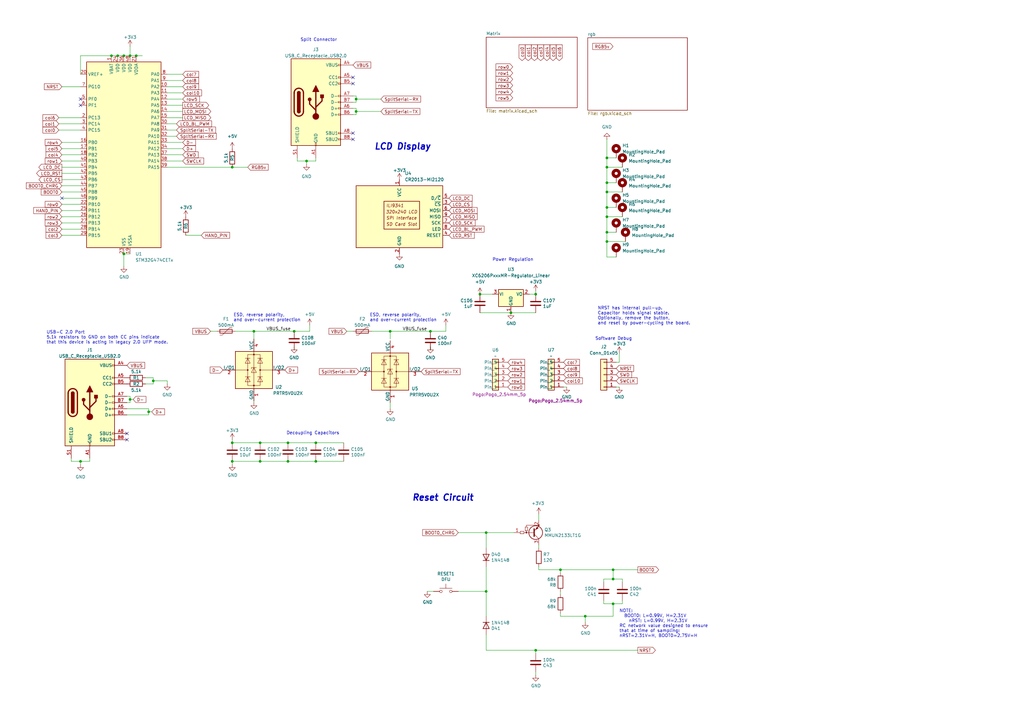
<source format=kicad_sch>
(kicad_sch (version 20231120) (generator "eeschema") (generator_version "8.0")
  (paper "A3")
  (lib_symbols
    (symbol "+5V_1" (power) (pin_names (offset 0))
      (property "Value" "+5V_1" (at 0 3.556 0))
      (symbol "+5V_1_1_1"
        (pin power_in line (at 0 0 90) (length 0) hide (name "+5V") (number "1"))
      )
    )
    (symbol "Connector:USB_C_Receptacle_USB2.0" (pin_names (offset 1.016))
      (property "Reference" "J" (at -10.16 19.05 0))
      (property "Value" "USB_C_Receptacle_USB2.0" (at 19.05 19.05 0))
      (symbol "USB_C_Receptacle_USB2.0_1_1"
        (pin passive line (at 0 -22.86 90) (length 5.08) (name "GND") (number "A1"))
        (pin passive line (at 0 -22.86 90) (length 5.08) hide (name "GND") (number "A12"))
        (pin passive line (at 15.24 15.24 180) (length 5.08) (name "VBUS") (number "A4"))
        (pin bidirectional line (at 15.24 10.16 180) (length 5.08) (name "CC1") (number "A5"))
        (pin bidirectional line (at 15.24 -2.54 180) (length 5.08) (name "D+") (number "A6"))
        (pin bidirectional line (at 15.24 2.54 180) (length 5.08) (name "D-") (number "A7"))
        (pin bidirectional line (at 15.24 -12.7 180) (length 5.08) (name "SBU1") (number "A8"))
        (pin passive line (at 15.24 15.24 180) (length 5.08) hide (name "VBUS") (number "A9"))
        (pin passive line (at 0 -22.86 90) (length 5.08) hide (name "GND") (number "B1"))
        (pin passive line (at 0 -22.86 90) (length 5.08) hide (name "GND") (number "B12"))
        (pin passive line (at 15.24 15.24 180) (length 5.08) hide (name "VBUS") (number "B4"))
        (pin bidirectional line (at 15.24 7.62 180) (length 5.08) (name "CC2") (number "B5"))
        (pin bidirectional line (at 15.24 -5.08 180) (length 5.08) (name "D+") (number "B6"))
        (pin bidirectional line (at 15.24 0 180) (length 5.08) (name "D-") (number "B7"))
        (pin bidirectional line (at 15.24 -15.24 180) (length 5.08) (name "SBU2") (number "B8"))
        (pin passive line (at 15.24 15.24 180) (length 5.08) hide (name "VBUS") (number "B9"))
        (pin passive line (at -7.62 -22.86 90) (length 5.08) (name "SHIELD") (number "S1"))
      )
    )
    (symbol "Connector_Generic:Conn_01x05" (pin_names (offset 1.016) hide)
      (property "Reference" "J" (at 0 7.62 0))
      (property "Value" "Conn_01x05" (at 0 -7.62 0))
      (symbol "Conn_01x05_1_1"
        (pin passive line (at -5.08 5.08 0) (length 3.81) (name "Pin_1") (number "1"))
        (pin passive line (at -5.08 2.54 0) (length 3.81) (name "Pin_2") (number "2"))
        (pin passive line (at -5.08 0 0) (length 3.81) (name "Pin_3") (number "3"))
        (pin passive line (at -5.08 -2.54 0) (length 3.81) (name "Pin_4") (number "4"))
        (pin passive line (at -5.08 -5.08 0) (length 3.81) (name "Pin_5") (number "5"))
      )
    )
    (symbol "Device:C" (pin_numbers hide) (pin_names (offset 0.254))
      (property "Reference" "C" (at 0.635 2.54 0))
      (property "Value" "C" (at 0.635 -2.54 0))
      (symbol "C_1_1"
        (pin passive line (at 0 3.81 270) (length 2.794) (name "~") (number "1"))
        (pin passive line (at 0 -3.81 90) (length 2.794) (name "~") (number "2"))
      )
    )
    (symbol "Device:D" (pin_numbers hide) (pin_names (offset 1.016) hide)
      (property "Reference" "D" (at 0 2.54 0))
      (property "Value" "D" (at 0 -2.54 0))
      (symbol "D_1_1"
        (pin passive line (at -3.81 0 0) (length 2.54) (name "K") (number "1"))
        (pin passive line (at 3.81 0 180) (length 2.54) (name "A") (number "2"))
      )
    )
    (symbol "Device:Polyfuse" (pin_numbers hide) (pin_names (offset 0))
      (property "Reference" "F" (at -2.54 0 90))
      (property "Value" "Polyfuse" (at 2.54 0 90))
      (symbol "Polyfuse_1_1"
        (pin passive line (at 0 3.81 270) (length 1.27) (name "~") (number "1"))
        (pin passive line (at 0 -3.81 90) (length 1.27) (name "~") (number "2"))
      )
    )
    (symbol "Device:Q_PNP_BEC_BRT" (pin_names hide)
      (property "Reference" "Q" (at 3.81 1.27 0))
      (property "Value" "Q_PNP_BEC_BRT" (at 3.81 -1.27 0))
      (symbol "Q_PNP_BEC_BRT_1_1"
        (pin input line (at -8.89 0 0) (length 2.54) (name "B") (number "1"))
        (pin passive line (at 1.27 -5.08 90) (length 2.54) (name "E") (number "2"))
        (pin passive line (at 1.27 5.08 270) (length 2.54) (name "C") (number "3"))
      )
    )
    (symbol "Device:R" (pin_numbers hide) (pin_names (offset 0))
      (property "Reference" "R" (at 2.032 0 90))
      (property "Value" "R" (at 0 0 90))
      (symbol "R_1_1"
        (pin passive line (at 0 3.81 270) (length 1.27) (name "~") (number "1"))
        (pin passive line (at 0 -3.81 90) (length 1.27) (name "~") (number "2"))
      )
    )
    (symbol "Djinn-rescue:+3V3-power" (power) (pin_names (offset 0))
      (property "Value" "power_+3V3" (at 0 3.556 0))
      (symbol "+3V3-power_1_1"
        (pin power_in line (at 0 0 90) (length 0) hide (name "+3V3") (number "1"))
      )
    )
    (symbol "Djinn-rescue:GND-power" (power) (pin_names (offset 0))
      (property "Value" "power_GND" (at 0 -3.81 0))
      (symbol "GND-power_1_1"
        (pin power_in line (at 0 0 270) (length 0) hide (name "GND") (number "1"))
      )
    )
    (symbol "Driver_Display:CR2013-MI2120" (pin_names (offset 0.762))
      (property "Reference" "U4" (at 2.1941 17.78 0))
      (property "Value" "CR2013-MI2120" (at 2.1941 15.24 0))
      (symbol "CR2013-MI2120_0_0"
        (text "320x240 LCD" (at 0.889 2.032 0) (effects (font (size 1.27 1.27) (italic yes))))
        (text "ILI9341" (at -5.461 4.572 0) (effects (font (size 1.27 1.27) (italic yes)) (justify left)))
        (text "SD Card Slot" (at -5.461 -3.048 0) (effects (font (size 1.27 1.27) (italic yes)) (justify left)))
        (text "SPI Interface" (at -5.461 -0.508 0) (effects (font (size 1.27 1.27) (italic yes)) (justify left)))
      )
      (symbol "CR2013-MI2120_1_1"
        (pin power_in line (at 0 15.24 270) (length 2.54) (name "VCC") (number "1"))
        (pin power_in line (at 0 -15.24 90) (length 2.54) (name "GND") (number "2"))
        (pin input line (at 20.32 5.08 180) (length 2.54) (name "~{CS}") (number "3"))
        (pin input line (at 20.32 -7.62 180) (length 2.54) (name "RESET") (number "4"))
        (pin input line (at 20.32 7.62 180) (length 2.54) (name "D/~{C}") (number "5"))
        (pin input line (at 20.32 2.54 180) (length 2.54) (name "MOSI") (number "6"))
        (pin input line (at 20.32 -2.54 180) (length 2.54) (name "SCK") (number "7"))
        (pin input line (at 20.32 -5.08 180) (length 2.54) (name "LED") (number "8"))
        (pin output line (at 20.32 0 180) (length 2.54) (name "MISO") (number "9"))
      )
    )
    (symbol "GND_1" (power) (pin_numbers hide) (pin_names (offset 0) hide)
      (property "Value" "GND" (at 0 -3.81 0))
      (symbol "GND_1_1_1"
        (pin power_in line (at 0 0 270) (length 0) (name "~") (number "1"))
      )
    )
    (symbol "MCU_ST_STM32G4:STM32G474CETx"
      (property "Reference" "U" (at -15.24 39.37 0))
      (property "Value" "STM32G474CETx" (at 7.62 39.37 0))
      (symbol "STM32G474CETx_1_1"
        (pin power_in line (at -5.08 40.64 270) (length 2.54) (name "VBAT") (number "1"))
        (pin bidirectional line (at 17.78 27.94 180) (length 2.54) (name "PA2") (number "10"))
        (pin bidirectional line (at 17.78 25.4 180) (length 2.54) (name "PA3") (number "11"))
        (pin bidirectional line (at 17.78 22.86 180) (length 2.54) (name "PA4") (number "12"))
        (pin bidirectional line (at 17.78 20.32 180) (length 2.54) (name "PA5") (number "13"))
        (pin bidirectional line (at 17.78 17.78 180) (length 2.54) (name "PA6") (number "14"))
        (pin bidirectional line (at 17.78 15.24 180) (length 2.54) (name "PA7") (number "15"))
        (pin bidirectional line (at -17.78 5.08 0) (length 2.54) (name "PB0") (number "16"))
        (pin bidirectional line (at -17.78 2.54 0) (length 2.54) (name "PB1") (number "17"))
        (pin bidirectional line (at -17.78 0 0) (length 2.54) (name "PB2") (number "18"))
        (pin power_in line (at 2.54 -40.64 90) (length 2.54) (name "VSSA") (number "19"))
        (pin bidirectional line (at -17.78 15.24 0) (length 2.54) (name "PC13") (number "2"))
        (pin input line (at -17.78 33.02 0) (length 2.54) (name "VREF+") (number "20"))
        (pin power_in line (at 5.08 40.64 270) (length 2.54) (name "VDDA") (number "21"))
        (pin bidirectional line (at -17.78 -20.32 0) (length 2.54) (name "PB10") (number "22"))
        (pin power_in line (at 0 -40.64 90) (length 2.54) (name "VSS") (number "23"))
        (pin power_in line (at -2.54 40.64 270) (length 2.54) (name "VDD") (number "24"))
        (pin bidirectional line (at -17.78 -22.86 0) (length 2.54) (name "PB11") (number "25"))
        (pin bidirectional line (at -17.78 -25.4 0) (length 2.54) (name "PB12") (number "26"))
        (pin bidirectional line (at -17.78 -27.94 0) (length 2.54) (name "PB13") (number "27"))
        (pin bidirectional line (at -17.78 -30.48 0) (length 2.54) (name "PB14") (number "28"))
        (pin bidirectional line (at -17.78 -33.02 0) (length 2.54) (name "PB15") (number "29"))
        (pin bidirectional line (at -17.78 12.7 0) (length 2.54) (name "PC14") (number "3"))
        (pin bidirectional line (at 17.78 12.7 180) (length 2.54) (name "PA8") (number "30"))
        (pin bidirectional line (at 17.78 10.16 180) (length 2.54) (name "PA9") (number "31"))
        (pin bidirectional line (at 17.78 7.62 180) (length 2.54) (name "PA10") (number "32"))
        (pin bidirectional line (at 17.78 5.08 180) (length 2.54) (name "PA11") (number "33"))
        (pin bidirectional line (at 17.78 2.54 180) (length 2.54) (name "PA12") (number "34"))
        (pin passive line (at 0 -40.64 90) (length 2.54) hide (name "VSS") (number "35"))
        (pin power_in line (at 0 40.64 270) (length 2.54) (name "VDD") (number "36"))
        (pin bidirectional line (at 17.78 0 180) (length 2.54) (name "PA13") (number "37"))
        (pin bidirectional line (at 17.78 -2.54 180) (length 2.54) (name "PA14") (number "38"))
        (pin bidirectional line (at 17.78 -5.08 180) (length 2.54) (name "PA15") (number "39"))
        (pin bidirectional line (at -17.78 10.16 0) (length 2.54) (name "PC15") (number "4"))
        (pin bidirectional line (at -17.78 -2.54 0) (length 2.54) (name "PB3") (number "40"))
        (pin bidirectional line (at -17.78 -5.08 0) (length 2.54) (name "PB4") (number "41"))
        (pin bidirectional line (at -17.78 -7.62 0) (length 2.54) (name "PB5") (number "42"))
        (pin bidirectional line (at -17.78 -10.16 0) (length 2.54) (name "PB6") (number "43"))
        (pin bidirectional line (at -17.78 -12.7 0) (length 2.54) (name "PB7") (number "44"))
        (pin bidirectional line (at -17.78 -15.24 0) (length 2.54) (name "PB8") (number "45"))
        (pin bidirectional line (at -17.78 -17.78 0) (length 2.54) (name "PB9") (number "46"))
        (pin passive line (at 0 -40.64 90) (length 2.54) hide (name "VSS") (number "47"))
        (pin power_in line (at 2.54 40.64 270) (length 2.54) (name "VDD") (number "48"))
        (pin bidirectional line (at -17.78 22.86 0) (length 2.54) (name "PF0") (number "5"))
        (pin bidirectional line (at -17.78 20.32 0) (length 2.54) (name "PF1") (number "6"))
        (pin bidirectional line (at -17.78 27.94 0) (length 2.54) (name "PG10") (number "7"))
        (pin bidirectional line (at 17.78 33.02 180) (length 2.54) (name "PA0") (number "8"))
        (pin bidirectional line (at 17.78 30.48 180) (length 2.54) (name "PA1") (number "9"))
      )
    )
    (symbol "Mechanical:MountingHole_Pad" (pin_numbers hide) (pin_names (offset 1.016) hide) (exclude_from_sim yes) (in_bom no)
      (property "Reference" "H" (at 0 6.35 0))
      (property "Value" "MountingHole_Pad" (at 0 4.445 0))
      (symbol "MountingHole_Pad_1_1"
        (pin input line (at 0 -2.54 90) (length 2.54) (name "1") (number "1"))
      )
    )
    (symbol "Pogo:Pogo_2.54mm_5p"
      (property "Reference" "U" (at 7.874 0 0))
      (symbol "Pogo_2.54mm_5p_1_1"
        (pin passive line (at -2.54 5.08 0) (length 3.81) (name "Pin_1") (number "1"))
        (pin passive line (at -2.54 2.54 0) (length 3.81) (name "Pin_2") (number "2"))
        (pin passive line (at -2.54 0 0) (length 3.81) (name "Pin_3") (number "3"))
        (pin passive line (at -2.54 -2.54 0) (length 3.81) (name "Pin_4") (number "4"))
        (pin passive line (at -2.54 -5.08 0) (length 3.81) (name "Pin_5") (number "5"))
      )
    )
    (symbol "Power_Protection:PRTR5V0U2X" (pin_names (offset 0))
      (property "Reference" "D" (at 2.794 8.636 0))
      (property "Value" "PRTR5V0U2X" (at 8.128 -9.398 0))
      (symbol "PRTR5V0U2X_1_1"
        (pin passive line (at 0 -12.7 90) (length 5.08) (name "GND") (number "1"))
        (pin passive line (at -12.7 0 0) (length 5.08) (name "I/O1") (number "2"))
        (pin passive line (at 12.7 0 180) (length 5.08) (name "I/O2") (number "3"))
        (pin passive line (at 0 12.7 270) (length 5.08) (name "VCC") (number "4"))
      )
    )
    (symbol "Switch:SW_Push" (pin_numbers hide) (pin_names (offset 1.016) hide)
      (property "Reference" "SW" (at 1.27 2.54 0))
      (property "Value" "SW_Push" (at 0 -1.524 0))
      (symbol "SW_Push_0_1"
        (pin passive line (at -5.08 0 0) (length 2.54) (name "1") (number "1"))
        (pin passive line (at 5.08 0 180) (length 2.54) (name "2") (number "2"))
      )
    )
    (symbol "kicad-keyboard-parts:XC6206PxxxMR-Regulator_Linear" (pin_names (offset 0.254))
      (property "Reference" "U" (at -3.81 3.175 0))
      (property "Value" "XC6206PxxxMR-Regulator_Linear" (at 0 3.175 0))
      (property "LCSC" "C5446" (at 0 0 0))
      (symbol "XC6206PxxxMR-Regulator_Linear_1_1"
        (pin power_in line (at 0 -7.62 90) (length 2.54) (name "GND") (number "1"))
        (pin power_out line (at 7.62 0 180) (length 2.54) (name "VO") (number "2"))
        (pin power_in line (at -7.62 0 0) (length 2.54) (name "VI") (number "3"))
      )
    )
    (symbol "power:+3V3" (power) (pin_names (offset 0))
      (property "Value" "+3V3" (at 0 3.556 0))
      (symbol "+3V3_1_1"
        (pin power_in line (at 0 0 90) (length 0) hide (name "+3V3") (number "1"))
      )
    )
    (symbol "power:+5V" (power) (pin_names (offset 0))
      (property "Value" "+5V" (at 0 3.556 0))
      (symbol "+5V_1_1"
        (pin power_in line (at 0 0 90) (length 0) hide (name "+5V") (number "1"))
      )
    )
    (symbol "power:GND" (power) (pin_names (offset 0))
      (property "Value" "GND" (at 0 -3.81 0))
      (symbol "GND_1_1"
        (pin power_in line (at 0 0 270) (length 0) hide (name "GND") (number "1"))
      )
    )
  )
  (junction (at 95.25 181.61))
  (junction (at 248.92 74.93))
  (junction (at 125.73 66.04))
  (junction (at 240.03 252.73))
  (junction (at 146.05 40.64))
  (junction (at 53.34 22.86))
  (junction (at 62.865 156.21))
  (junction (at 50.8 22.86))
  (junction (at 48.26 22.86))
  (junction (at 60.96 168.91))
  (junction (at 53.34 163.83))
  (junction (at 45.72 22.86))
  (junction (at 248.92 95.25))
  (junction (at 129.54 181.61))
  (junction (at 104.14 135.89))
  (junction (at 95.25 189.23))
  (junction (at 160.02 135.89))
  (junction (at 106.68 181.61))
  (junction (at 248.92 78.74))
  (junction (at 248.92 64.77))
  (junction (at 251.46 247.65))
  (junction (at 106.68 189.23))
  (junction (at 248.92 88.9))
  (junction (at 199.39 242.57))
  (junction (at 248.92 85.09))
  (junction (at 199.39 218.44))
  (junction (at 118.11 181.61))
  (junction (at 251.46 237.49))
  (junction (at 209.55 128.27) (diameter 0.9144))
  (junction (at 219.71 266.7))
  (junction (at 50.8 104.14))
  (junction (at 118.11 189.23))
  (junction (at 120.65 135.89))
  (junction (at 129.54 189.23))
  (junction (at 95.25 68.58))
  (junction (at 176.53 135.89))
  (junction (at 219.71 120.65))
  (junction (at 248.92 99.06))
  (junction (at 229.87 233.68))
  (junction (at 33.02 189.23))
  (junction (at 251.46 233.68))
  (junction (at 55.88 22.86))
  (junction (at 248.92 68.58))
  (junction (at 196.85 120.65))
  (junction (at 146.05 45.72))
  (no_connect (at 52.07 177.8))
  (no_connect (at 144.78 57.15))
  (no_connect (at 52.07 180.34))
  (no_connect (at 144.78 31.75))
  (no_connect (at 144.78 34.29))
  (no_connect (at 25.4 81.28))
  (no_connect (at 33.02 40.64))
  (no_connect (at 144.78 54.61))
  (no_connect (at 33.02 43.18))
  (wire (pts (xy 25.4 86.36) (xy 33.02 86.36)))
  (wire (pts (xy 248.92 88.9) (xy 248.92 85.09)))
  (wire (pts (xy 199.39 218.44) (xy 210.82 218.44)))
  (wire (pts (xy 247.65 238.76) (xy 247.65 237.49)))
  (wire (pts (xy 199.39 232.41) (xy 199.39 242.57)))
  (wire (pts (xy 160.02 165.1) (xy 160.02 167.64)))
  (wire (pts (xy 68.58 35.56) (xy 74.93 35.56)))
  (wire (pts (xy 120.65 135.89) (xy 127 135.89)))
  (wire (pts (xy 248.92 95.25) (xy 248.92 88.9)))
  (wire (pts (xy 146.05 39.37) (xy 146.05 40.64)))
  (wire (pts (xy 50.8 104.14) (xy 53.34 104.14)))
  (wire (pts (xy 125.73 67.31) (xy 125.73 66.04)))
  (wire (pts (xy 95.25 180.34) (xy 95.25 181.61)))
  (wire (pts (xy 25.4 66.04) (xy 33.02 66.04)))
  (wire (pts (xy 219.71 267.97) (xy 219.71 266.7)))
  (wire (pts (xy 248.92 57.15) (xy 248.92 64.77)))
  (wire (pts (xy 25.4 68.58) (xy 33.02 68.58)))
  (wire (pts (xy 127 133.35) (xy 127 135.89)))
  (wire (pts (xy 118.11 181.61) (xy 106.68 181.61)))
  (wire (pts (xy 53.34 162.56) (xy 53.34 163.83)))
  (wire (pts (xy 68.58 156.21) (xy 68.58 157.48)))
  (wire (pts (xy 142.24 135.89) (xy 144.78 135.89)))
  (wire (pts (xy 240.03 252.73) (xy 251.46 252.73)))
  (wire (pts (xy 33.02 22.86) (xy 45.72 22.86)))
  (wire (pts (xy 248.92 74.93) (xy 248.92 68.58)))
  (wire (pts (xy 48.26 22.86) (xy 50.8 22.86)))
  (wire (pts (xy 248.92 78.74) (xy 248.92 74.93)))
  (wire (pts (xy 220.98 213.36) (xy 220.98 210.82)))
  (wire (pts (xy 25.4 58.42) (xy 33.02 58.42)))
  (wire (pts (xy 60.96 170.18) (xy 60.96 168.91)))
  (wire (pts (xy 52.07 167.64) (xy 60.96 167.64)))
  (wire (pts (xy 199.39 266.7) (xy 219.71 266.7)))
  (wire (pts (xy 50.8 109.22) (xy 50.8 104.14)))
  (wire (pts (xy 104.14 165.1) (xy 104.14 164.465)))
  (wire (pts (xy 106.68 181.61) (xy 95.25 181.61)))
  (wire (pts (xy 24.13 50.8) (xy 33.02 50.8)))
  (wire (pts (xy 118.11 189.23) (xy 129.54 189.23)))
  (wire (pts (xy 146.05 45.72) (xy 156.21 45.72)))
  (wire (pts (xy 254 144.78) (xy 254 148.59)))
  (wire (pts (xy 45.72 22.86) (xy 48.26 22.86)))
  (wire (pts (xy 247.65 247.65) (xy 247.65 246.38)))
  (wire (pts (xy 95.25 190.5) (xy 95.25 189.23)))
  (wire (pts (xy 160.02 135.89) (xy 176.53 135.89)))
  (wire (pts (xy 95.25 68.58) (xy 101.6 68.58)))
  (wire (pts (xy 53.34 22.86) (xy 55.88 22.86)))
  (wire (pts (xy 62.865 157.48) (xy 62.865 156.21)))
  (wire (pts (xy 248.92 99.06) (xy 248.92 105.41)))
  (wire (pts (xy 248.92 105.41) (xy 252.73 105.41)))
  (wire (pts (xy 144.78 39.37) (xy 146.05 39.37)))
  (wire (pts (xy 24.13 53.34) (xy 33.02 53.34)))
  (wire (pts (xy 50.8 22.86) (xy 53.34 22.86)))
  (wire (pts (xy 247.65 247.65) (xy 251.46 247.65)))
  (wire (pts (xy 25.4 88.9) (xy 33.02 88.9)))
  (wire (pts (xy 121.92 66.04) (xy 125.73 66.04)))
  (wire (pts (xy 229.87 252.73) (xy 240.03 252.73)))
  (wire (pts (xy 25.4 71.12) (xy 33.02 71.12)))
  (wire (pts (xy 68.58 50.8) (xy 72.39 50.8)))
  (wire (pts (xy 68.58 58.42) (xy 74.93 58.42)))
  (wire (pts (xy 219.71 266.7) (xy 261.62 266.7)))
  (wire (pts (xy 68.58 45.72) (xy 74.93 45.72)))
  (wire (pts (xy 209.55 128.27) (xy 219.71 128.27)))
  (wire (pts (xy 240.03 255.27) (xy 240.03 252.73)))
  (wire (pts (xy 25.4 76.2) (xy 33.02 76.2)))
  (wire (pts (xy 248.92 78.74) (xy 255.27 78.74)))
  (wire (pts (xy 187.96 218.44) (xy 199.39 218.44)))
  (wire (pts (xy 62.865 156.21) (xy 68.58 156.21)))
  (wire (pts (xy 219.71 119.38) (xy 219.71 120.65)))
  (wire (pts (xy 68.58 60.96) (xy 74.93 60.96)))
  (wire (pts (xy 146.05 40.64) (xy 156.21 40.64)))
  (wire (pts (xy 251.46 237.49) (xy 255.27 237.49)))
  (wire (pts (xy 220.98 232.41) (xy 220.98 233.68)))
  (wire (pts (xy 182.88 133.35) (xy 182.88 135.89)))
  (wire (pts (xy 129.54 181.61) (xy 140.97 181.61)))
  (wire (pts (xy 248.92 95.25) (xy 248.92 99.06)))
  (wire (pts (xy 68.58 33.02) (xy 74.93 33.02)))
  (wire (pts (xy 254 148.59) (xy 252.73 148.59)))
  (wire (pts (xy 199.39 242.57) (xy 199.39 252.73)))
  (wire (pts (xy 144.78 44.45) (xy 146.05 44.45)))
  (wire (pts (xy 25.4 91.44) (xy 33.02 91.44)))
  (wire (pts (xy 52.07 170.18) (xy 60.96 170.18)))
  (wire (pts (xy 25.4 35.56) (xy 33.02 35.56)))
  (wire (pts (xy 255.27 247.65) (xy 255.27 246.38)))
  (wire (pts (xy 220.98 224.79) (xy 220.98 223.52)))
  (wire (pts (xy 251.46 237.49) (xy 251.46 233.68)))
  (wire (pts (xy 251.46 233.68) (xy 261.62 233.68)))
  (wire (pts (xy 229.87 242.57) (xy 229.87 243.84)))
  (wire (pts (xy 53.34 163.83) (xy 53.34 165.1)))
  (wire (pts (xy 199.39 260.35) (xy 199.39 266.7)))
  (wire (pts (xy 146.05 41.91) (xy 146.05 40.64)))
  (wire (pts (xy 68.58 40.64) (xy 74.93 40.64)))
  (wire (pts (xy 53.34 19.05) (xy 53.34 22.86)))
  (wire (pts (xy 256.54 99.06) (xy 248.92 99.06)))
  (wire (pts (xy 196.85 120.65) (xy 201.93 120.65)))
  (wire (pts (xy 68.58 66.04) (xy 74.93 66.04)))
  (wire (pts (xy 217.17 120.65) (xy 219.71 120.65)))
  (wire (pts (xy 86.36 135.89) (xy 88.9 135.89)))
  (wire (pts (xy 118.11 189.23) (xy 106.68 189.23)))
  (wire (pts (xy 55.88 22.86) (xy 58.42 22.86)))
  (wire (pts (xy 52.07 165.1) (xy 53.34 165.1)))
  (wire (pts (xy 247.65 237.49) (xy 251.46 237.49)))
  (wire (pts (xy 121.92 64.77) (xy 121.92 66.04)))
  (wire (pts (xy 176.53 142.24) (xy 176.53 143.51)))
  (wire (pts (xy 106.68 189.23) (xy 95.25 189.23)))
  (wire (pts (xy 25.4 83.82) (xy 33.02 83.82)))
  (wire (pts (xy 36.83 189.23) (xy 36.83 187.96)))
  (wire (pts (xy 60.96 167.64) (xy 60.96 168.91)))
  (wire (pts (xy 252.73 158.75) (xy 254 158.75)))
  (wire (pts (xy 248.92 88.9) (xy 255.27 88.9)))
  (wire (pts (xy 76.2 96.52) (xy 82.55 96.52)))
  (wire (pts (xy 29.21 189.23) (xy 33.02 189.23)))
  (wire (pts (xy 104.14 135.89) (xy 120.65 135.89)))
  (wire (pts (xy 146.05 46.99) (xy 146.05 45.72)))
  (wire (pts (xy 199.39 224.79) (xy 199.39 218.44)))
  (wire (pts (xy 255.27 237.49) (xy 255.27 238.76)))
  (wire (pts (xy 229.87 251.46) (xy 229.87 252.73)))
  (wire (pts (xy 248.92 64.77) (xy 252.73 64.77)))
  (wire (pts (xy 118.11 181.61) (xy 129.54 181.61)))
  (wire (pts (xy 53.34 163.83) (xy 54.61 163.83)))
  (wire (pts (xy 25.4 78.74) (xy 33.02 78.74)))
  (wire (pts (xy 60.96 168.91) (xy 62.23 168.91)))
  (wire (pts (xy 152.4 135.89) (xy 160.02 135.89)))
  (wire (pts (xy 146.05 44.45) (xy 146.05 45.72)))
  (wire (pts (xy 24.13 48.26) (xy 33.02 48.26)))
  (wire (pts (xy 220.98 233.68) (xy 229.87 233.68)))
  (wire (pts (xy 209.55 128.27) (xy 196.85 128.27)))
  (wire (pts (xy 72.39 55.88) (xy 68.58 55.88)))
  (wire (pts (xy 144.78 41.91) (xy 146.05 41.91)))
  (wire (pts (xy 231.14 158.75) (xy 232.41 158.75)))
  (wire (pts (xy 52.07 162.56) (xy 53.34 162.56)))
  (wire (pts (xy 120.65 142.24) (xy 120.65 143.51)))
  (wire (pts (xy 33.02 189.23) (xy 36.83 189.23)))
  (wire (pts (xy 251.46 247.65) (xy 255.27 247.65)))
  (wire (pts (xy 72.39 53.34) (xy 68.58 53.34)))
  (wire (pts (xy 248.92 68.58) (xy 255.27 68.58)))
  (wire (pts (xy 68.58 48.26) (xy 74.93 48.26)))
  (wire (pts (xy 33.02 30.48) (xy 33.02 22.86)))
  (wire (pts (xy 187.96 242.57) (xy 199.39 242.57)))
  (wire (pts (xy 68.58 43.18) (xy 74.93 43.18)))
  (wire (pts (xy 25.4 93.98) (xy 33.02 93.98)))
  (wire (pts (xy 33.02 190.5) (xy 33.02 189.23)))
  (wire (pts (xy 68.58 38.1) (xy 74.93 38.1)))
  (wire (pts (xy 160.02 135.89) (xy 160.02 139.065)))
  (wire (pts (xy 229.87 233.68) (xy 251.46 233.68)))
  (wire (pts (xy 129.54 66.04) (xy 129.54 64.77)))
  (wire (pts (xy 59.69 157.48) (xy 62.865 157.48)))
  (wire (pts (xy 25.4 81.28) (xy 33.02 81.28)))
  (wire (pts (xy 252.73 95.25) (xy 248.92 95.25)))
  (wire (pts (xy 129.54 189.23) (xy 140.97 189.23)))
  (wire (pts (xy 229.87 234.95) (xy 229.87 233.68)))
  (wire (pts (xy 176.53 135.89) (xy 182.88 135.89)))
  (wire (pts (xy 29.21 187.96) (xy 29.21 189.23)))
  (wire (pts (xy 219.71 275.59) (xy 219.71 276.86)))
  (wire (pts (xy 177.8 242.57) (xy 175.26 242.57)))
  (wire (pts (xy 248.92 74.93) (xy 252.73 74.93)))
  (wire (pts (xy 125.73 66.04) (xy 129.54 66.04)))
  (wire (pts (xy 59.69 154.94) (xy 62.865 154.94)))
  (wire (pts (xy 68.58 30.48) (xy 74.93 30.48)))
  (wire (pts (xy 248.92 85.09) (xy 248.92 78.74)))
  (wire (pts (xy 248.92 68.58) (xy 248.92 64.77)))
  (wire (pts (xy 25.4 60.96) (xy 33.02 60.96)))
  (wire (pts (xy 251.46 247.65) (xy 251.46 252.73)))
  (wire (pts (xy 104.14 135.89) (xy 104.14 139.065)))
  (wire (pts (xy 96.52 135.89) (xy 104.14 135.89)))
  (wire (pts (xy 25.4 73.66) (xy 33.02 73.66)))
  (wire (pts (xy 25.4 96.52) (xy 33.02 96.52)))
  (wire (pts (xy 62.865 156.21) (xy 62.865 154.94)))
  (wire (pts (xy 68.58 68.58) (xy 95.25 68.58)))
  (wire (pts (xy 68.58 63.5) (xy 74.93 63.5)))
  (wire (pts (xy 144.78 46.99) (xy 146.05 46.99)))
  (wire (pts (xy 248.92 85.09) (xy 252.73 85.09)))
  (wire (pts (xy 25.4 63.5) (xy 33.02 63.5)))
  (text "Decoupling Capacitors" (at 117.475 178.435 0) (effects (font (size 1.27 1.27)) (justify left bottom)))
  (text "NOTE:\n  BOOT0: L=0.99V, H=2.31V\n    nRST: L=0.99V, H=2.31V\nRC network value designed to ensure\nthat at time of sampling:\nnRST=2.31V=H, BOOT0=2.75V=H" (at 254 261.62 0) (effects (font (size 1.27 1.27)) (justify left bottom)))
  (text "Power Regulation" (at 201.93 107.315 0) (effects (font (size 1.27 1.27)) (justify left bottom)))
  (text "Reset Circuit" (at 168.91 205.74 0) (effects (font (size 2.54 2.54) (thickness 0.508) (bold yes) (italic yes)) (justify left bottom)))
  (text "USB-C 2.0 Port\n5.1k resistors to GND on both CC pins indicate\nthat this device is acting in legacy 2.0 UFP mode." (at 19.05 141.224 0) (effects (font (size 1.27 1.27)) (justify left bottom)))
  (text "ESD, reverse polarity,\nand over-current protection" (at 95.758 132.08 0) (effects (font (size 1.27 1.27)) (justify left bottom)))
  (text "Split Connector" (at 123.19 17.145 0) (effects (font (size 1.27 1.27)) (justify left bottom)))
  (text "Software Debug" (at 244.094 139.7 0) (effects (font (size 1.27 1.27)) (justify left bottom)))
  (text "NRST has internal pull-up.\nCapacitor holds signal stable.\nOptionally, remove the button,\nand reset by power-cycling the board." (at 245.11 133.35 0) (effects (font (size 1.27 1.27)) (justify left bottom)))
  (text "ESD, reverse polarity,\nand over-current protection" (at 151.638 132.08 0) (effects (font (size 1.27 1.27)) (justify left bottom)))
  (text "LCD Display" (at 153.416 61.722 0) (effects (font (size 2.54 2.54) (thickness 0.508) (bold yes) (italic yes)) (justify left bottom)))
  (label "VBUS_fuse" (at 165.1 135.89 0))
  (label "VBUS_fuse" (at 109.22 135.89 0))
  (global_label "SplitSerial-TX" (shape input) (at 72.39 53.34 0) (property "Intersheetrefs" "${INTERSHEET_REFS}" (effects (hide yes))))
  (global_label "col8" (shape input) (at 74.93 33.02 0) (property "Intersheetrefs" "${INTERSHEET_REFS}" (effects (hide yes))))
  (global_label "BOOT0" (shape output) (at 261.62 233.68 0) (property "Intersheetrefs" "${INTERSHEET_REFS}" (effects (hide yes))))
  (global_label "LCD_MISO" (shape input) (at 184.15 88.9 0) (property "Intersheetrefs" "${INTERSHEET_REFS}" (effects (hide yes))))
  (global_label "SWCLK" (shape input) (at 74.93 66.04 0) (property "Intersheetrefs" "${INTERSHEET_REFS}" (effects (hide yes))))
  (global_label "VBUS" (shape input) (at 144.78 26.67 0) (property "Intersheetrefs" "${INTERSHEET_REFS}" (effects (hide yes))))
  (global_label "LCD_RST" (shape output) (at 25.4 71.12 180) (property "Intersheetrefs" "${INTERSHEET_REFS}" (effects (hide yes))))
  (global_label "row1" (shape input) (at 210.312 29.972 180) (property "Intersheetrefs" "${INTERSHEET_REFS}" (effects (hide yes))))
  (global_label "LCD_BL_PWM" (shape input) (at 184.15 93.98 0) (property "Intersheetrefs" "${INTERSHEET_REFS}" (effects (hide yes))))
  (global_label "col0" (shape input) (at 24.13 53.34 180) (property "Intersheetrefs" "${INTERSHEET_REFS}" (effects (hide yes))))
  (global_label "BOOT0_CHRG" (shape input) (at 25.4 76.2 180) (property "Intersheetrefs" "${INTERSHEET_REFS}" (effects (hide yes))))
  (global_label "row2" (shape input) (at 210.312 32.512 180) (property "Intersheetrefs" "${INTERSHEET_REFS}" (effects (hide yes))))
  (global_label "col6" (shape input) (at 24.13 48.26 180) (property "Intersheetrefs" "${INTERSHEET_REFS}" (effects (hide yes))))
  (global_label "row0" (shape input) (at 208.28 158.75 0) (property "Intersheetrefs" "${INTERSHEET_REFS}" (effects (hide yes))))
  (global_label "SWCLK" (shape input) (at 252.73 156.21 0) (property "Intersheetrefs" "${INTERSHEET_REFS}" (effects (hide yes))))
  (global_label "RGB5v" (shape input) (at 101.6 68.58 0) (property "Intersheetrefs" "${INTERSHEET_REFS}" (effects (hide yes))))
  (global_label "col4" (shape input) (at 25.4 63.5 180) (property "Intersheetrefs" "${INTERSHEET_REFS}" (effects (hide yes))))
  (global_label "row3" (shape input) (at 25.4 91.44 180) (property "Intersheetrefs" "${INTERSHEET_REFS}" (effects (hide yes))))
  (global_label "LCD_MOSI" (shape output) (at 74.93 45.72 0) (property "Intersheetrefs" "${INTERSHEET_REFS}" (effects (hide yes))))
  (global_label "col10" (shape input) (at 231.14 156.21 0) (property "Intersheetrefs" "${INTERSHEET_REFS}" (effects (hide yes))))
  (global_label "col2" (shape input) (at 25.4 93.98 180) (property "Intersheetrefs" "${INTERSHEET_REFS}" (effects (hide yes))))
  (global_label "row3" (shape input) (at 208.28 151.13 0) (property "Intersheetrefs" "${INTERSHEET_REFS}" (effects (hide yes))))
  (global_label "row1" (shape input) (at 208.28 156.21 0) (property "Intersheetrefs" "${INTERSHEET_REFS}" (effects (hide yes))))
  (global_label "VBUS" (shape input) (at 52.07 149.86 0) (property "Intersheetrefs" "${INTERSHEET_REFS}" (effects (hide yes))))
  (global_label "LCD_CS" (shape input) (at 184.15 83.82 0) (property "Intersheetrefs" "${INTERSHEET_REFS}" (effects (hide yes))))
  (global_label "col8" (shape input) (at 231.14 151.13 0) (property "Intersheetrefs" "${INTERSHEET_REFS}" (effects (hide yes))))
  (global_label "col6" (shape input) (at 229.362 24.892 90) (property "Intersheetrefs" "${INTERSHEET_REFS}" (effects (hide yes))))
  (global_label "row0" (shape input) (at 25.4 83.82 180) (property "Intersheetrefs" "${INTERSHEET_REFS}" (effects (hide yes))))
  (global_label "col7" (shape input) (at 231.14 148.59 0) (property "Intersheetrefs" "${INTERSHEET_REFS}" (effects (hide yes))))
  (global_label "LCD_BL_PWM" (shape input) (at 72.39 50.8 0) (property "Intersheetrefs" "${INTERSHEET_REFS}" (effects (hide yes))))
  (global_label "row1" (shape input) (at 25.4 66.04 180) (property "Intersheetrefs" "${INTERSHEET_REFS}" (effects (hide yes))))
  (global_label "D-" (shape input) (at 74.93 58.42 0) (property "Intersheetrefs" "${INTERSHEET_REFS}" (effects (hide yes))))
  (global_label "HAND_PIN" (shape input) (at 25.4 86.36 180) (property "Intersheetrefs" "${INTERSHEET_REFS}" (effects (hide yes))))
  (global_label "SplitSerial-TX" (shape input) (at 172.72 152.4 0) (property "Intersheetrefs" "${INTERSHEET_REFS}" (effects (hide yes))))
  (global_label "BOOT0_CHRG" (shape input) (at 187.96 218.44 180) (property "Intersheetrefs" "${INTERSHEET_REFS}" (effects (hide yes))))
  (global_label "SplitSerial-RX" (shape input) (at 156.21 40.64 0) (property "Intersheetrefs" "${INTERSHEET_REFS}" (effects (hide yes))))
  (global_label "LCD_DC" (shape output) (at 25.4 68.58 180) (property "Intersheetrefs" "${INTERSHEET_REFS}" (effects (hide yes))))
  (global_label "col5" (shape input) (at 226.822 24.892 90) (property "Intersheetrefs" "${INTERSHEET_REFS}" (effects (hide yes))))
  (global_label "row4" (shape input) (at 210.312 37.592 180) (property "Intersheetrefs" "${INTERSHEET_REFS}" (effects (hide yes))))
  (global_label "col1" (shape input) (at 24.13 50.8 180) (property "Intersheetrefs" "${INTERSHEET_REFS}" (effects (hide yes))))
  (global_label "row2" (shape input) (at 208.28 153.67 0) (property "Intersheetrefs" "${INTERSHEET_REFS}" (effects (hide yes))))
  (global_label "row5" (shape input) (at 74.93 40.64 0) (property "Intersheetrefs" "${INTERSHEET_REFS}" (effects (hide yes))))
  (global_label "SWD" (shape input) (at 252.73 153.67 0) (property "Intersheetrefs" "${INTERSHEET_REFS}" (effects (hide yes))))
  (global_label "RGB5v" (shape input) (at 251.46 19.05 180) (property "Intersheetrefs" "${INTERSHEET_REFS}" (effects (hide yes))))
  (global_label "NRST" (shape output) (at 261.62 266.7 0) (property "Intersheetrefs" "${INTERSHEET_REFS}" (effects (hide yes))))
  (global_label "col5" (shape input) (at 25.4 60.96 180) (property "Intersheetrefs" "${INTERSHEET_REFS}" (effects (hide yes))))
  (global_label "NRST" (shape input) (at 252.73 151.13 0) (property "Intersheetrefs" "${INTERSHEET_REFS}" (effects (hide yes))))
  (global_label "col9" (shape input) (at 231.14 153.67 0) (property "Intersheetrefs" "${INTERSHEET_REFS}" (effects (hide yes))))
  (global_label "D-" (shape input) (at 54.61 163.83 0) (property "Intersheetrefs" "${INTERSHEET_REFS}" (effects (hide yes))))
  (global_label "VBUS" (shape input) (at 142.24 135.89 180) (property "Intersheetrefs" "${INTERSHEET_REFS}" (effects (hide yes))))
  (global_label "col2" (shape input) (at 219.202 24.892 90) (property "Intersheetrefs" "${INTERSHEET_REFS}" (effects (hide yes))))
  (global_label "row5" (shape input) (at 210.312 40.132 180) (property "Intersheetrefs" "${INTERSHEET_REFS}" (effects (hide yes))))
  (global_label "row3" (shape input) (at 210.312 35.052 180) (property "Intersheetrefs" "${INTERSHEET_REFS}" (effects (hide yes))))
  (global_label "NRST" (shape input) (at 25.4 35.56 180) (property "Intersheetrefs" "${INTERSHEET_REFS}" (effects (hide yes))))
  (global_label "LCD_MOSI" (shape input) (at 184.15 86.36 0) (property "Intersheetrefs" "${INTERSHEET_REFS}" (effects (hide yes))))
  (global_label "LCD_DC" (shape input) (at 184.15 81.28 0) (property "Intersheetrefs" "${INTERSHEET_REFS}" (effects (hide yes))))
  (global_label "row4" (shape input) (at 208.28 148.59 0) (property "Intersheetrefs" "${INTERSHEET_REFS}" (effects (hide yes))))
  (global_label "SplitSerial-RX" (shape input) (at 147.32 152.4 180) (property "Intersheetrefs" "${INTERSHEET_REFS}" (effects (hide yes))))
  (global_label "col3" (shape input) (at 221.742 24.892 90) (property "Intersheetrefs" "${INTERSHEET_REFS}" (effects (hide yes))))
  (global_label "HAND_PIN" (shape input) (at 82.55 96.52 0) (property "Intersheetrefs" "${INTERSHEET_REFS}" (effects (hide yes))))
  (global_label "row2" (shape input) (at 25.4 88.9 180) (property "Intersheetrefs" "${INTERSHEET_REFS}" (effects (hide yes))))
  (global_label "LCD_CS" (shape output) (at 25.4 73.66 180) (property "Intersheetrefs" "${INTERSHEET_REFS}" (effects (hide yes))))
  (global_label "col1" (shape input) (at 216.662 24.892 90) (property "Intersheetrefs" "${INTERSHEET_REFS}" (effects (hide yes))))
  (global_label "D+" (shape input) (at 74.93 60.96 0) (property "Intersheetrefs" "${INTERSHEET_REFS}" (effects (hide yes))))
  (global_label "D+" (shape input) (at 62.23 168.91 0) (property "Intersheetrefs" "${INTERSHEET_REFS}" (effects (hide yes))))
  (global_label "col4" (shape input) (at 224.282 24.892 90) (property "Intersheetrefs" "${INTERSHEET_REFS}" (effects (hide yes))))
  (global_label "col9" (shape input) (at 74.93 35.56 0) (property "Intersheetrefs" "${INTERSHEET_REFS}" (effects (hide yes))))
  (global_label "LCD_SCK" (shape output) (at 74.93 43.18 0) (property "Intersheetrefs" "${INTERSHEET_REFS}" (effects (hide yes))))
  (global_label "col0" (shape input) (at 214.122 24.892 90) (property "Intersheetrefs" "${INTERSHEET_REFS}" (effects (hide yes))))
  (global_label "D+" (shape input) (at 116.84 151.765 0) (property "Intersheetrefs" "${INTERSHEET_REFS}" (effects (hide yes))))
  (global_label "D-" (shape input) (at 91.44 151.765 180) (property "Intersheetrefs" "${INTERSHEET_REFS}" (effects (hide yes))))
  (global_label "LCD_MISO" (shape output) (at 74.93 48.26 0) (property "Intersheetrefs" "${INTERSHEET_REFS}" (effects (hide yes))))
  (global_label "BOOT0" (shape input) (at 25.4 78.74 180) (property "Intersheetrefs" "${INTERSHEET_REFS}" (effects (hide yes))))
  (global_label "row4" (shape input) (at 25.4 58.42 180) (property "Intersheetrefs" "${INTERSHEET_REFS}" (effects (hide yes))))
  (global_label "SplitSerial-TX" (shape input) (at 156.21 45.72 0) (property "Intersheetrefs" "${INTERSHEET_REFS}" (effects (hide yes))))
  (global_label "LCD_SCK" (shape input) (at 184.15 91.44 0) (property "Intersheetrefs" "${INTERSHEET_REFS}" (effects (hide yes))))
  (global_label "col3" (shape input) (at 25.4 96.52 180) (property "Intersheetrefs" "${INTERSHEET_REFS}" (effects (hide yes))))
  (global_label "col7" (shape input) (at 74.93 30.48 0) (property "Intersheetrefs" "${INTERSHEET_REFS}" (effects (hide yes))))
  (global_label "col10" (shape input) (at 74.93 38.1 0) (property "Intersheetrefs" "${INTERSHEET_REFS}" (effects (hide yes))))
  (global_label "row0" (shape input) (at 210.312 27.432 180) (property "Intersheetrefs" "${INTERSHEET_REFS}" (effects (hide yes))))
  (global_label "LCD_RST" (shape input) (at 184.15 96.52 0) (property "Intersheetrefs" "${INTERSHEET_REFS}" (effects (hide yes))))
  (global_label "SplitSerial-RX" (shape input) (at 72.39 55.88 0) (property "Intersheetrefs" "${INTERSHEET_REFS}" (effects (hide yes))))
  (global_label "SWD" (shape input) (at 74.93 63.5 0) (property "Intersheetrefs" "${INTERSHEET_REFS}" (effects (hide yes))))
  (global_label "VBUS" (shape input) (at 86.36 135.89 180) (property "Intersheetrefs" "${INTERSHEET_REFS}" (effects (hide yes))))
  (symbol (lib_id "power:GND") (at 209.55 128.27 0) (unit 1)
    (property "Reference" "#PWR015" (effects (hide yes)))
    (property "Value" "GND" (at 209.677 132.6642 0))
  )
  (symbol (lib_id "power:+5V") (at 196.85 120.65 0) (unit 1)
    (property "Reference" "#PWR013" (effects (hide yes)))
    (property "Value" "+5V" (at 196.85 115.57 0))
  )
  (symbol (lib_id "Device:C") (at 219.71 124.46 0) (unit 1)
    (property "Reference" "C107" (at 222.631 123.2916 0) (effects (justify left)))
    (property "Value" "1uF" (at 222.631 125.603 0) (effects (justify left)))
    (property "Footprint" "Capacitor_SMD:C_0402_1005Metric" (effects (hide yes)))
    (property "LCSC" "C307331" (effects (hide yes)))
  )
  (symbol (lib_id "power:GND") (at 176.53 142.24 0) (unit 1)
    (property "Reference" "#PWR062" (effects (hide yes)))
    (property "Value" "GND" (at 176.53 146.685 0))
  )
  (symbol (lib_id "power:GND") (at 120.65 142.24 0) (unit 1)
    (property "Reference" "#PWR010" (effects (hide yes)))
    (property "Value" "GND" (at 120.65 146.685 0))
  )
  (symbol (lib_id "Device:C") (at 120.65 139.7 0) (unit 1)
    (property "Reference" "C108" (at 123.571 138.5316 0) (effects (justify left)))
    (property "Value" "100nF" (at 123.571 140.843 0) (effects (justify left)))
    (property "Footprint" "Capacitor_SMD:C_0402_1005Metric" (effects (hide yes)))
    (property "LCSC" "C307331" (effects (hide yes)))
  )
  (symbol (lib_id "Driver_Display:CR2013-MI2120") (at 163.83 88.9 0) (unit 1)
    (property "Reference" "U4" (at 166.0241 71.12 0) (effects (justify left)))
    (property "Value" "CR2013-MI2120" (at 166.0241 73.66 0) (effects (justify left)))
    (property "Footprint" "Display:CR2013-MI2120" (effects (hide yes)))
    (property "Datasheet" "http://pan.baidu.com/s/11Y990" (effects (hide yes)))
    (property "Description" "ILI9341 controller, SPI TFT LCD Display, 9-pin breakout PCB, 4-pin SD card interface, 5V/3.3V" (effects (hide yes)))
  )
  (symbol (lib_id "Mechanical:MountingHole_Pad") (at 252.73 102.87 0) (unit 1) (exclude_from_sim yes) (in_bom no)
    (property "Reference" "H9" (at 255.27 100.3299 0) (effects (justify left)))
    (property "Value" "MountingHole_Pad" (at 255.27 102.8699 0) (effects (justify left)))
    (property "Footprint" "MountingHole:MountingHole_3.2mm_M3_DIN965_Pad" (effects (hide yes)))
    (property "Description" "Mounting Hole with connection" (effects (hide yes)))
  )
  (symbol (lib_id "Device:D") (at 199.39 256.54 90) (mirror x) (unit 1)
    (property "Reference" "D41" (at 201.422 257.7084 90) (effects (justify right)))
    (property "Value" "1N4148" (at 201.422 255.397 90) (effects (justify right)))
    (property "Footprint" "Diode_SMD:D_SOD-123" (effects (hide yes)))
  )
  (symbol (lib_id "Connector:USB_C_Receptacle_USB2.0") (at 36.83 165.1 0) (unit 1)
    (property "Reference" "J1" (at 36.83 143.51 0))
    (property "Value" "USB_C_Receptacle_USB2.0" (at 36.83 146.05 0))
    (property "Footprint" "PCM_marbastlib-various:USB_C_Receptacle_HRO_TYPE-C-31-M-14" (effects (hide yes)))
    (property "Datasheet" "https://www.usb.org/sites/default/files/documents/usb_type-c.zip" (effects (hide yes)))
    (property "JlcRotOffset" "180" (effects (hide yes)))
    (property "JlcPosOffset" "0,1.5" (effects (hide yes)))
  )
  (symbol (lib_id "Device:C") (at 140.97 185.42 0) (unit 1)
    (property "Reference" "C105" (at 143.891 184.2516 0) (effects (justify left)))
    (property "Value" "100nF" (at 143.891 186.563 0) (effects (justify left)))
    (property "Footprint" "Capacitor_SMD:C_0402_1005Metric" (effects (hide yes)))
    (property "LCSC" "C307331" (effects (hide yes)))
  )
  (symbol (lib_id "Mechanical:MountingHole_Pad") (at 256.54 96.52 0) (unit 1) (exclude_from_sim yes) (in_bom no)
    (property "Reference" "H8" (at 259.08 93.9799 0) (effects (justify left)))
    (property "Value" "MountingHole_Pad" (at 259.08 96.5199 0) (effects (justify left)))
    (property "Footprint" "MountingHole:MountingHole_3.2mm_M3_DIN965_Pad" (effects (hide yes)))
    (property "Description" "Mounting Hole with connection" (effects (hide yes)))
  )
  (symbol (lib_id "Device:C") (at 196.85 124.46 0) (mirror y) (unit 1)
    (property "Reference" "C106" (at 193.929 123.2916 0) (effects (justify left)))
    (property "Value" "1uF" (at 193.929 125.603 0) (effects (justify left)))
    (property "Footprint" "Capacitor_SMD:C_0402_1005Metric" (effects (hide yes)))
    (property "LCSC" "C307331" (effects (hide yes)))
  )
  (symbol (lib_id "Power_Protection:PRTR5V0U2X") (at 104.14 151.765 0) (unit 1)
    (property "Reference" "U2" (at 114.3 158.75 0))
    (property "Value" "PRTR5V0U2X" (at 118.11 161.29 0))
    (property "Footprint" "Package_TO_SOT_SMD:SOT-143" (effects (hide yes)))
    (property "Datasheet" "https://assets.nexperia.com/documents/data-sheet/PRTR5V0U2X.pdf" (effects (hide yes)))
    (property "LCSC" "C2827688" (effects (hide yes)))
    (property "JlcRotOffset" "90" (effects (hide yes)))
  )
  (symbol (lib_id "Device:R") (at 220.98 228.6 0) (unit 1)
    (property "Reference" "R7" (at 222.758 227.4316 0) (effects (justify left)))
    (property "Value" "120" (at 222.758 229.743 0) (effects (justify left)))
    (property "Footprint" "Resistor_SMD:R_0805_2012Metric" (effects (hide yes)))
  )
  (symbol (lib_id "Mechanical:MountingHole_Pad") (at 252.73 72.39 0) (unit 1) (exclude_from_sim yes) (in_bom no)
    (property "Reference" "H3" (at 255.27 69.8499 0) (effects (justify left)))
    (property "Value" "MountingHole_Pad" (at 255.27 72.3899 0) (effects (justify left)))
    (property "Footprint" "MountingHole:MountingHole_3.2mm_M3_DIN965_Pad" (effects (hide yes)))
    (property "Description" "Mounting Hole with connection" (effects (hide yes)))
  )
  (symbol (lib_id "power:+3V3") (at 254 144.78 0) (mirror y) (unit 1)
    (property "Reference" "#PWR065" (effects (hide yes)))
    (property "Value" "+3V3" (at 254 140.97 0))
  )
  (symbol (lib_id "power:GND") (at 50.8 109.22 0) (unit 1)
    (property "Reference" "#PWR060" (effects (hide yes)))
    (property "Value" "GND" (at 50.927 113.6142 0))
  )
  (symbol (lib_id "Mechanical:MountingHole_Pad") (at 255.27 86.36 0) (unit 1) (exclude_from_sim yes) (in_bom no)
    (property "Reference" "H6" (at 257.81 83.8199 0) (effects (justify left)))
    (property "Value" "MountingHole_Pad" (at 257.81 86.3599 0) (effects (justify left)))
    (property "Footprint" "MountingHole:MountingHole_3.2mm_M3_DIN965_Pad" (effects (hide yes)))
    (property "Description" "Mounting Hole with connection" (effects (hide yes)))
  )
  (symbol (lib_id "power:GND") (at 254 158.75 0) (unit 1)
    (property "Reference" "#PWR070" (effects (hide yes)))
    (property "Value" "GND" (at 254 162.814 0))
  )
  (symbol (lib_id "Djinn-rescue:GND-power") (at 219.71 276.86 0) (unit 1)
    (property "Reference" "#PWR083" (effects (hide yes)))
    (property "Value" "GND" (at 219.837 281.2542 0))
  )
  (symbol (lib_id "Device:C") (at 176.53 139.7 0) (unit 1)
    (property "Reference" "C40" (at 179.451 138.5316 0) (effects (justify left)))
    (property "Value" "100nF" (at 179.451 140.843 0) (effects (justify left)))
    (property "Footprint" "Capacitor_SMD:C_0402_1005Metric" (effects (hide yes)))
    (property "LCSC" "C307331" (effects (hide yes)))
  )
  (symbol (lib_id "Device:Polyfuse") (at 92.71 135.89 90) (unit 1)
    (property "Reference" "F1" (at 92.71 130.81 90))
    (property "Value" "500mA" (at 92.71 133.35 90))
    (property "Footprint" "Fuse:Fuse_1206_3216Metric" (effects (hide yes)))
    (property "LCSC" "C135341" (effects (hide yes)))
  )
  (symbol (lib_id "Djinn-rescue:GND-power") (at 240.03 255.27 0) (unit 1)
    (property "Reference" "#PWR082" (effects (hide yes)))
    (property "Value" "GND" (at 240.157 259.6642 0))
  )
  (symbol (lib_name "+5V_1") (lib_id "power:+5V") (at 127 133.35 0) (unit 1)
    (property "Reference" "#PWR09" (effects (hide yes)))
    (property "Value" "+5V" (at 127 128.905 0))
  )
  (symbol (lib_id "power:+3V3") (at 219.71 119.38 0) (unit 1)
    (property "Reference" "#PWR012" (effects (hide yes)))
    (property "Value" "+3V3" (at 219.71 115.57 0))
  )
  (symbol (lib_id "MCU_ST_STM32G4:STM32G474CETx") (at 50.8 63.5 0) (unit 1)
    (property "Reference" "U1" (at 55.5341 104.14 0) (effects (justify left)))
    (property "Value" "STM32G474CETx" (at 55.5341 106.68 0) (effects (justify left)))
    (property "Footprint" "Package_QFP:LQFP-48_7x7mm_P0.5mm" (effects (hide yes)))
    (property "Datasheet" "https://www.st.com/resource/en/datasheet/stm32g474ce.pdf" (effects (hide yes)))
    (property "Description" "STMicroelectronics Arm Cortex-M4 MCU, 512KB flash, 128KB RAM, 170 MHz, 1.71-3.6V, 38 GPIO, LQFP48" (effects (hide yes)))
  )
  (symbol (lib_id "Djinn-rescue:+3V3-power") (at 220.98 210.82 0) (mirror y) (unit 1)
    (property "Reference" "#PWR066" (effects (hide yes)))
    (property "Value" "+3V3" (at 220.599 206.4258 0))
  )
  (symbol (lib_id "power:+3V3") (at 95.25 180.34 0) (unit 1)
    (property "Reference" "#PWR04" (effects (hide yes)))
    (property "Value" "+3V3" (at 95.25 176.53 0))
  )
  (symbol (lib_id "power:+3V3") (at 53.34 19.05 0) (unit 1)
    (property "Reference" "#PWR01" (effects (hide yes)))
    (property "Value" "+3V3" (at 53.34 15.24 0))
  )
  (symbol (lib_id "Device:C") (at 247.65 242.57 180) (unit 1)
    (property "Reference" "C41" (at 244.729 243.7384 0) (effects (justify left)))
    (property "Value" "100n" (at 244.729 241.427 0) (effects (justify left)))
    (property "Footprint" "Capacitor_SMD:C_0805_2012Metric" (effects (hide yes)))
  )
  (symbol (lib_id "power:GND") (at 104.14 165.1 0) (unit 1)
    (property "Reference" "#PWR014" (effects (hide yes)))
    (property "Value" "GND" (at 104.267 169.4942 0))
  )
  (symbol (lib_id "Device:R") (at 229.87 247.65 0) (mirror y) (unit 1)
    (property "Reference" "R9" (at 228.092 246.4816 0) (effects (justify left)))
    (property "Value" "68k" (at 228.092 248.793 0) (effects (justify left)))
    (property "Footprint" "Resistor_SMD:R_0805_2012Metric" (effects (hide yes)))
  )
  (symbol (lib_id "Device:D") (at 199.39 228.6 90) (unit 1)
    (property "Reference" "D40" (at 201.422 227.4316 90) (effects (justify right)))
    (property "Value" "1N4148" (at 201.422 229.743 90) (effects (justify right)))
    (property "Footprint" "Diode_SMD:D_SOD-123" (effects (hide yes)))
  )
  (symbol (lib_id "Mechanical:MountingHole_Pad") (at 255.27 66.04 0) (unit 1) (exclude_from_sim yes) (in_bom no)
    (property "Reference" "H2" (at 257.81 63.4999 0) (effects (justify left)))
    (property "Value" "MountingHole_Pad" (at 257.81 66.0399 0) (effects (justify left)))
    (property "Footprint" "MountingHole:MountingHole_3.2mm_M3_DIN965_Pad" (effects (hide yes)))
    (property "Description" "Mounting Hole with connection" (effects (hide yes)))
  )
  (symbol (lib_id "Djinn-rescue:GND-power") (at 175.26 242.57 0) (unit 1)
    (property "Reference" "#PWR071" (effects (hide yes)))
    (property "Value" "GND" (at 175.387 246.9642 0))
  )
  (symbol (lib_id "Device:C") (at 255.27 242.57 0) (mirror x) (unit 1)
    (property "Reference" "C42" (at 258.191 243.7384 0) (effects (justify left)))
    (property "Value" "100n" (at 258.191 241.427 0) (effects (justify left)))
    (property "Footprint" "Capacitor_SMD:C_0805_2012Metric" (effects (hide yes)))
  )
  (symbol (lib_id "Switch:SW_Push") (at 182.88 242.57 0) (unit 1)
    (property "Reference" "RESET1" (at 182.88 235.331 0))
    (property "Value" "DFU" (at 182.88 237.6424 0))
    (property "Footprint" "Button_Switch_SMD:SW_SPST_TL3342" (effects (hide yes)))
  )
  (symbol (lib_id "Device:Q_PNP_BEC_BRT") (at 219.71 218.44 0) (mirror x) (unit 1)
    (property "Reference" "Q3" (at 223.266 217.2716 0) (effects (justify left)))
    (property "Value" "MMUN2133LT1G" (at 223.266 219.583 0) (effects (justify left)))
    (property "Footprint" "Package_TO_SOT_SMD:SOT-23-3" (effects (hide yes)))
  )
  (symbol (lib_id "power:GND") (at 125.73 67.31 0) (unit 1)
    (property "Reference" "#PWR068" (effects (hide yes)))
    (property "Value" "GND" (at 125.73 72.39 0))
  )
  (symbol (lib_id "Power_Protection:PRTR5V0U2X") (at 160.02 152.4 0) (unit 1)
    (property "Reference" "U5" (at 170.18 159.385 0))
    (property "Value" "PRTR5V0U2X" (at 173.99 161.925 0))
    (property "Footprint" "Package_TO_SOT_SMD:SOT-143" (effects (hide yes)))
    (property "Datasheet" "https://assets.nexperia.com/documents/data-sheet/PRTR5V0U2X.pdf" (effects (hide yes)))
    (property "LCSC" "C2827688" (effects (hide yes)))
    (property "JlcRotOffset" "90" (effects (hide yes)))
  )
  (symbol (lib_id "Device:R") (at 55.88 154.94 270) (unit 1)
    (property "Reference" "R1" (at 55.88 154.94 90))
    (property "Value" "5.1k" (at 55.88 152.4 90))
    (property "Footprint" "Resistor_SMD:R_0402_1005Metric" (effects (hide yes)))
  )
  (symbol (lib_id "power:GND") (at 68.58 157.48 0) (unit 1)
    (property "Reference" "#PWR05" (effects (hide yes)))
    (property "Value" "GND" (at 68.58 161.925 0))
  )
  (symbol (lib_id "power:+3V3") (at 163.83 73.66 0) (unit 1)
    (property "Reference" "#PWR03" (effects (hide yes)))
    (property "Value" "+3V3" (at 163.83 69.85 0))
  )
  (symbol (lib_id "power:+5V") (at 95.25 60.96 0) (unit 1)
    (property "Reference" "#PWR02" (effects (hide yes)))
    (property "Value" "+5V" (at 95.25 55.88 0))
  )
  (symbol (lib_id "Device:C") (at 129.54 185.42 0) (unit 1)
    (property "Reference" "C104" (at 132.461 184.2516 0) (effects (justify left)))
    (property "Value" "100nF" (at 132.461 186.563 0) (effects (justify left)))
    (property "Footprint" "Capacitor_SMD:C_0402_1005Metric" (effects (hide yes)))
    (property "LCSC" "C307331" (effects (hide yes)))
  )
  (symbol (lib_id "Device:R") (at 55.88 157.48 90) (unit 1)
    (property "Reference" "R2" (at 55.88 157.48 90))
    (property "Value" "5.1k" (at 55.88 160.02 90))
    (property "Footprint" "Resistor_SMD:R_0402_1005Metric" (effects (hide yes)))
  )
  (symbol (lib_id "Device:C") (at 106.68 185.42 0) (unit 1)
    (property "Reference" "C102" (at 109.601 184.2516 0) (effects (justify left)))
    (property "Value" "100nF" (at 109.601 186.563 0) (effects (justify left)))
    (property "Footprint" "Capacitor_SMD:C_0402_1005Metric" (effects (hide yes)))
    (property "LCSC" "C307331" (effects (hide yes)))
  )
  (symbol (lib_id "Device:C") (at 118.11 185.42 0) (unit 1)
    (property "Reference" "C103" (at 121.031 184.2516 0) (effects (justify left)))
    (property "Value" "100nF" (at 121.031 186.563 0) (effects (justify left)))
    (property "Footprint" "Capacitor_SMD:C_0402_1005Metric" (effects (hide yes)))
    (property "LCSC" "C307331" (effects (hide yes)))
  )
  (symbol (lib_id "Device:C") (at 95.25 185.42 0) (unit 1)
    (property "Reference" "C101" (at 98.171 184.2516 0) (effects (justify left)))
    (property "Value" "10uF" (at 98.171 186.563 0) (effects (justify left)))
    (property "Footprint" "Capacitor_SMD:C_0603_1608Metric" (effects (hide yes)))
    (property "LCSC" "C307331" (effects (hide yes)))
  )
  (symbol (lib_id "Mechanical:MountingHole_Pad") (at 255.27 76.2 0) (unit 1) (exclude_from_sim yes) (in_bom no)
    (property "Reference" "H4" (at 257.81 73.6599 0) (effects (justify left)))
    (property "Value" "MountingHole_Pad" (at 257.81 76.1999 0) (effects (justify left)))
    (property "Footprint" "MountingHole:MountingHole_3.2mm_M3_DIN965_Pad" (effects (hide yes)))
    (property "Description" "Mounting Hole with connection" (effects (hide yes)))
  )
  (symbol (lib_id "kicad-keyboard-parts:XC6206PxxxMR-Regulator_Linear") (at 209.55 120.65 0) (unit 1)
    (property "Reference" "U3" (at 209.55 110.49 0))
    (property "Value" "XC6206PxxxMR-Regulator_Linear" (at 209.55 113.03 0))
    (property "Footprint" "Package_TO_SOT_SMD:SOT-23" (effects (hide yes)))
    (property "Datasheet" "https://www.torexsemi.com/file/xc6206/XC6206.pdf" (effects (hide yes)))
    (property "LCSC" "C5446" (effects (hide yes)))
  )
  (symbol (lib_id "Connector:USB_C_Receptacle_USB2.0") (at 129.54 41.91 0) (unit 1)
    (property "Reference" "J3" (at 129.54 20.32 0))
    (property "Value" "USB_C_Receptacle_USB2.0" (at 129.54 22.86 0))
    (property "Footprint" "PCM_marbastlib-various:USB_C_Receptacle_HRO_TYPE-C-31-M-14" (effects (hide yes)))
    (property "Datasheet" "https://www.usb.org/sites/default/files/documents/usb_type-c.zip" (effects (hide yes)))
    (property "JlcRotOffset" "180" (effects (hide yes)))
    (property "JlcPosOffset" "0,1.5" (effects (hide yes)))
  )
  (symbol (lib_id "Connector_Generic:Conn_01x05") (at 247.65 153.67 180) (unit 1)
    (property "Reference" "J2" (at 247.65 142.24 0))
    (property "Value" "Conn_01x05" (at 247.65 144.78 0))
    (property "Footprint" "Connector_PinHeader_2.54mm:PinHeader_1x05_P2.54mm_Vertical" (effects (hide yes)))
    (property "Description" "Generic connector, single row, 01x05, script generated (kicad-library-utils/schlib/autogen/connector/)" (effects (hide yes)))
  )
  (symbol (lib_id "Pogo:Pogo_2.54mm_5p") (at 228.6 153.67 180) (unit 1)
    (property "Reference" "U7" (at 226.06 143.51 0))
    (property "Value" "~" (at 226.06 146.05 0))
    (property "Footprint" "Pogo:Pogo_2.54mm_5p" (at 227.838 164.338 0))
  )
  (symbol (lib_name "GND_1") (lib_id "power:GND") (at 248.92 57.15 180) (unit 1)
    (property "Reference" "#PWR067" (effects (hide yes)))
    (property "Value" "GND" (at 248.92 52.07 0))
    (property "Description" "Power symbol creates a global label with name \"GND\" , ground" (effects (hide yes)))
  )
  (symbol (lib_id "Device:C") (at 219.71 271.78 0) (mirror x) (unit 1)
    (property "Reference" "C43" (at 222.631 272.9484 0) (effects (justify left)))
    (property "Value" "100n" (at 222.631 270.637 0) (effects (justify left)))
    (property "Footprint" "Capacitor_SMD:C_0805_2012Metric" (effects (hide yes)))
  )
  (symbol (lib_id "Pogo:Pogo_2.54mm_5p") (at 205.74 153.67 180) (unit 1)
    (property "Reference" "U6" (at 203.2 143.51 0))
    (property "Value" "~" (at 203.2 146.05 0))
    (property "Footprint" "Pogo:Pogo_2.54mm_5p" (at 204.724 161.798 0))
  )
  (symbol (lib_id "Mechanical:MountingHole_Pad") (at 252.73 62.23 0) (unit 1) (exclude_from_sim yes) (in_bom no)
    (property "Reference" "H1" (at 255.27 59.6899 0) (effects (justify left)))
    (property "Value" "MountingHole_Pad" (at 255.27 62.2299 0) (effects (justify left)))
    (property "Footprint" "MountingHole:MountingHole_3.2mm_M3_DIN965_Pad" (effects (hide yes)))
    (property "Description" "Mounting Hole with connection" (effects (hide yes)))
  )
  (symbol (lib_name "+5V_1") (lib_id "power:+5V") (at 182.88 133.35 0) (unit 1)
    (property "Reference" "#PWR061" (effects (hide yes)))
    (property "Value" "+5V" (at 182.88 128.905 0))
  )
  (symbol (lib_id "power:GND") (at 232.41 158.75 0) (unit 1)
    (property "Reference" "#PWR081" (effects (hide yes)))
    (property "Value" "GND" (at 232.41 162.814 0))
  )
  (symbol (lib_id "Device:R") (at 76.2 92.71 0) (unit 1)
    (property "Reference" "R6" (at 76.2 92.71 90))
    (property "Value" "5.1k" (at 73.66 92.71 90))
    (property "Footprint" "Resistor_SMD:R_0402_1005Metric" (effects (hide yes)))
  )
  (symbol (lib_id "power:GND") (at 163.83 104.14 0) (unit 1)
    (property "Reference" "#PWR073" (effects (hide yes)))
    (property "Value" "GND" (at 163.83 109.22 0))
  )
  (symbol (lib_id "power:GND") (at 160.02 167.64 0) (unit 1)
    (property "Reference" "#PWR063" (effects (hide yes)))
    (property "Value" "GND" (at 160.147 172.0342 0))
  )
  (symbol (lib_id "power:+3V3") (at 76.2 88.9 0) (mirror y) (unit 1)
    (property "Reference" "#PWR064" (effects (hide yes)))
    (property "Value" "+3V3" (at 76.2 85.09 0))
  )
  (symbol (lib_id "power:GND") (at 33.02 190.5 0) (unit 1)
    (property "Reference" "#PWR011" (effects (hide yes)))
    (property "Value" "GND" (at 33.02 195.58 0))
  )
  (symbol (lib_id "Device:R") (at 95.25 64.77 0) (unit 1)
    (property "Reference" "R5" (at 95.25 64.77 90))
    (property "Value" "5.1k" (at 92.71 64.77 90))
    (property "Footprint" "Resistor_SMD:R_0402_1005Metric" (effects (hide yes)))
  )
  (symbol (lib_id "Mechanical:MountingHole_Pad") (at 252.73 92.71 0) (unit 1) (exclude_from_sim yes) (in_bom no)
    (property "Reference" "H7" (at 255.27 90.1699 0) (effects (justify left)))
    (property "Value" "MountingHole_Pad" (at 255.27 92.7099 0) (effects (justify left)))
    (property "Footprint" "MountingHole:MountingHole_3.2mm_M3_DIN965_Pad" (effects (hide yes)))
    (property "Description" "Mounting Hole with connection" (effects (hide yes)))
  )
  (symbol (lib_id "Device:R") (at 229.87 238.76 180) (unit 1)
    (property "Reference" "R8" (at 228.092 239.9284 0) (effects (justify left)))
    (property "Value" "68k" (at 228.092 237.617 0) (effects (justify left)))
    (property "Footprint" "Resistor_SMD:R_0805_2012Metric" (effects (hide yes)))
  )
  (symbol (lib_id "Mechanical:MountingHole_Pad") (at 252.73 82.55 0) (unit 1) (exclude_from_sim yes) (in_bom no)
    (property "Reference" "H5" (at 255.27 80.0099 0) (effects (justify left)))
    (property "Value" "MountingHole_Pad" (at 255.27 82.5499 0) (effects (justify left)))
    (property "Footprint" "MountingHole:MountingHole_3.2mm_M3_DIN965_Pad" (effects (hide yes)))
    (property "Description" "Mounting Hole with connection" (effects (hide yes)))
  )
  (symbol (lib_id "Device:Polyfuse") (at 148.59 135.89 90) (unit 1)
    (property "Reference" "F2" (at 148.59 130.81 90))
    (property "Value" "500mA" (at 148.59 133.35 90))
    (property "Footprint" "Fuse:Fuse_1206_3216Metric" (effects (hide yes)))
    (property "LCSC" "C135341" (effects (hide yes)))
  )
  (symbol (lib_id "power:GND") (at 95.25 190.5 0) (unit 1)
    (property "Reference" "#PWR08" (effects (hide yes)))
    (property "Value" "GND" (at 95.377 194.8942 0))
  )
  (sheet (at 199.39 15.24) (size 37.338 28.956) (stroke (width 0.1524))
    (property "Sheetname" "Matrix" (at 199.39 14.5284 0) (effects (justify left bottom)))
    (property "Sheetfile" "matrix.kicad_sch" (at 199.39 44.7806 0) (effects (justify left top)))
  )
  (sheet (at 241.046 15.494) (size 40.894 29.718) (stroke (width 0.1524))
    (property "Sheetname" "rgb" (at 241.046 14.7824 0) (effects (justify left bottom)))
    (property "Sheetfile" "rgb.kicad_sch" (at 241.046 45.7966 0) (effects (justify left top)))
  )
)
</source>
